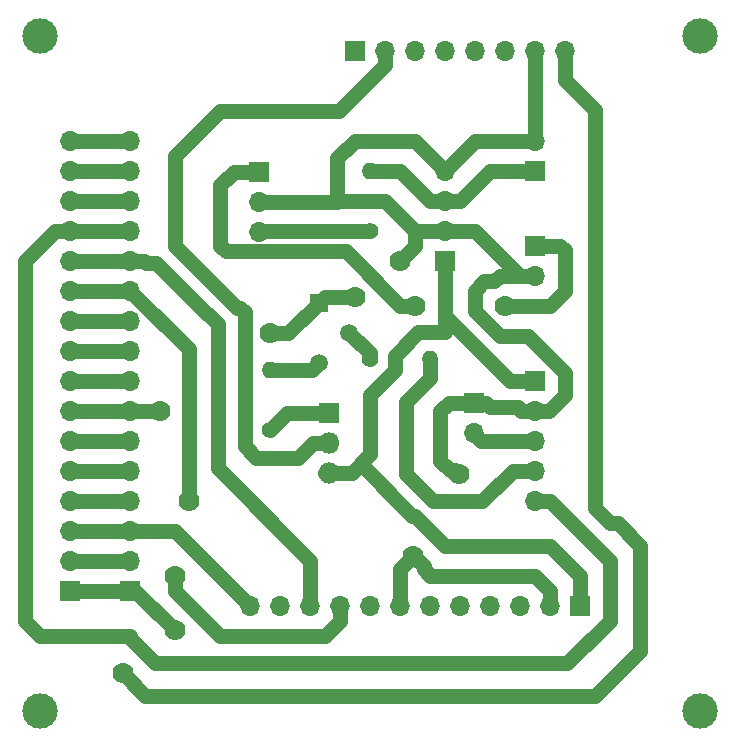
<source format=gbr>
G04 #@! TF.GenerationSoftware,KiCad,Pcbnew,5.0.2-bee76a0~70~ubuntu18.04.1*
G04 #@! TF.CreationDate,2019-07-21T13:39:32-04:00*
G04 #@! TF.ProjectId,knuth-gateway,6b6e7574-682d-4676-9174-657761792e6b,rev?*
G04 #@! TF.SameCoordinates,Original*
G04 #@! TF.FileFunction,Copper,L2,Bot*
G04 #@! TF.FilePolarity,Positive*
%FSLAX46Y46*%
G04 Gerber Fmt 4.6, Leading zero omitted, Abs format (unit mm)*
G04 Created by KiCad (PCBNEW 5.0.2-bee76a0~70~ubuntu18.04.1) date Sun 21 Jul 2019 01:39:32 PM EDT*
%MOMM*%
%LPD*%
G01*
G04 APERTURE LIST*
G04 #@! TA.AperFunction,ComponentPad*
%ADD10R,1.700000X1.700000*%
G04 #@! TD*
G04 #@! TA.AperFunction,ComponentPad*
%ADD11O,1.700000X1.700000*%
G04 #@! TD*
G04 #@! TA.AperFunction,ComponentPad*
%ADD12C,1.400000*%
G04 #@! TD*
G04 #@! TA.AperFunction,ComponentPad*
%ADD13O,1.400000X1.400000*%
G04 #@! TD*
G04 #@! TA.AperFunction,ComponentPad*
%ADD14O,1.800000X1.800000*%
G04 #@! TD*
G04 #@! TA.AperFunction,ComponentPad*
%ADD15R,1.800000X1.800000*%
G04 #@! TD*
G04 #@! TA.AperFunction,ComponentPad*
%ADD16C,1.500000*%
G04 #@! TD*
G04 #@! TA.AperFunction,ComponentPad*
%ADD17R,1.500000X1.500000*%
G04 #@! TD*
G04 #@! TA.AperFunction,ViaPad*
%ADD18C,3.000000*%
G04 #@! TD*
G04 #@! TA.AperFunction,ViaPad*
%ADD19C,1.778000*%
G04 #@! TD*
G04 #@! TA.AperFunction,Conductor*
%ADD20C,1.270000*%
G04 #@! TD*
G04 APERTURE END LIST*
D10*
G04 #@! TO.P,J_DC_6.5V+_IN1,1*
G04 #@! TO.N,Net-(J_DC_6.5V+_IN1-Pad1)*
X254000000Y-77470000D03*
D11*
G04 #@! TO.P,J_DC_6.5V+_IN1,2*
G04 #@! TO.N,GND*
X254000000Y-80010000D03*
G04 #@! TD*
G04 #@! TO.P,J_DC_6V_IN1,2*
G04 #@! TO.N,GND*
X254000000Y-68580000D03*
D10*
G04 #@! TO.P,J_DC_6V_IN1,1*
G04 #@! TO.N,Net-(J_DC_6V_IN1-Pad1)*
X254000000Y-71120000D03*
G04 #@! TD*
D12*
G04 #@! TO.P,R1,1*
G04 #@! TO.N,Net-(Q2-Pad1)*
X231590000Y-93050000D03*
D13*
G04 #@! TO.P,R1,2*
G04 #@! TO.N,Net-(Q1-Pad3)*
X231590000Y-87970000D03*
G04 #@! TD*
D12*
G04 #@! TO.P,R2,1*
G04 #@! TO.N,Net-(R2-Pad1)*
X240030000Y-76200000D03*
D13*
G04 #@! TO.P,R2,2*
G04 #@! TO.N,Net-(J_DC_6V_IN1-Pad1)*
X240030000Y-71120000D03*
G04 #@! TD*
G04 #@! TO.P,R3,2*
G04 #@! TO.N,Net-(R3-Pad2)*
X245080000Y-87080000D03*
D12*
G04 #@! TO.P,R3,1*
G04 #@! TO.N,Net-(Q1-Pad2)*
X240000000Y-87080000D03*
G04 #@! TD*
D10*
G04 #@! TO.P,R_Delay1,1*
G04 #@! TO.N,GND*
X248820000Y-90800000D03*
D11*
G04 #@! TO.P,R_Delay1,2*
G04 #@! TO.N,Net-(R_Delay1-Pad2)*
X248820000Y-93340000D03*
G04 #@! TD*
G04 #@! TO.P,U2,16*
G04 #@! TO.N,Net-(J1-Pad16)*
X219710000Y-68580000D03*
G04 #@! TO.P,U2,15*
G04 #@! TO.N,Net-(J1-Pad15)*
X219710000Y-71120000D03*
G04 #@! TO.P,U2,14*
G04 #@! TO.N,Net-(J1-Pad14)*
X219710000Y-73660000D03*
G04 #@! TO.P,U2,13*
G04 #@! TO.N,Net-(J1-Pad13)*
X219710000Y-76200000D03*
G04 #@! TO.P,U2,12*
G04 #@! TO.N,Net-(J1-Pad12)*
X219710000Y-78740000D03*
G04 #@! TO.P,U2,11*
G04 #@! TO.N,Net-(J1-Pad11)*
X219710000Y-81280000D03*
G04 #@! TO.P,U2,10*
G04 #@! TO.N,Net-(J1-Pad10)*
X219710000Y-83820000D03*
G04 #@! TO.P,U2,9*
G04 #@! TO.N,Net-(J1-Pad9)*
X219710000Y-86360000D03*
G04 #@! TO.P,U2,8*
G04 #@! TO.N,Net-(J1-Pad8)*
X219710000Y-88900000D03*
G04 #@! TO.P,U2,7*
G04 #@! TO.N,GND*
X219710000Y-91440000D03*
G04 #@! TO.P,U2,6*
G04 #@! TO.N,Net-(J1-Pad6)*
X219710000Y-93980000D03*
G04 #@! TO.P,U2,5*
G04 #@! TO.N,Net-(J1-Pad5)*
X219710000Y-96520000D03*
G04 #@! TO.P,U2,4*
G04 #@! TO.N,Net-(J1-Pad4)*
X219710000Y-99060000D03*
G04 #@! TO.P,U2,3*
G04 #@! TO.N,Net-(J1-Pad3)*
X219710000Y-101600000D03*
G04 #@! TO.P,U2,2*
G04 #@! TO.N,Net-(J1-Pad2)*
X219710000Y-104140000D03*
D10*
G04 #@! TO.P,U2,1*
G04 #@! TO.N,Net-(J1-Pad1)*
X219710000Y-106680000D03*
G04 #@! TD*
G04 #@! TO.P,U3,1*
G04 #@! TO.N,Net-(J_DC_6.5V+_IN1-Pad1)*
X230596529Y-71205865D03*
D11*
G04 #@! TO.P,U3,2*
G04 #@! TO.N,GND*
X230596529Y-73745865D03*
G04 #@! TO.P,U3,3*
G04 #@! TO.N,Net-(R2-Pad1)*
X230596529Y-76285865D03*
G04 #@! TD*
D10*
G04 #@! TO.P,U4,1*
G04 #@! TO.N,+BATT*
X254000000Y-88900000D03*
D11*
G04 #@! TO.P,U4,2*
G04 #@! TO.N,GND*
X254000000Y-91440000D03*
G04 #@! TO.P,U4,3*
G04 #@! TO.N,Net-(R_Delay1-Pad2)*
X254000000Y-93980000D03*
G04 #@! TO.P,U4,4*
G04 #@! TO.N,Net-(R3-Pad2)*
X254000000Y-96520000D03*
G04 #@! TO.P,U4,5*
G04 #@! TO.N,Net-(J1-Pad13)*
X254000000Y-99060000D03*
G04 #@! TD*
D10*
G04 #@! TO.P,U5,1*
G04 #@! TO.N,+BATT*
X246380000Y-78740000D03*
D11*
G04 #@! TO.P,U5,2*
G04 #@! TO.N,GND*
X246380000Y-76200000D03*
G04 #@! TO.P,U5,3*
G04 #@! TO.N,Net-(J_DC_6V_IN1-Pad1)*
X246380000Y-73660000D03*
G04 #@! TO.P,U5,4*
G04 #@! TO.N,GND*
X246380000Y-71120000D03*
G04 #@! TD*
D10*
G04 #@! TO.P,J1,1*
G04 #@! TO.N,Net-(J1-Pad1)*
X214630000Y-106680000D03*
D11*
G04 #@! TO.P,J1,2*
G04 #@! TO.N,Net-(J1-Pad2)*
X214630000Y-104140000D03*
G04 #@! TO.P,J1,3*
G04 #@! TO.N,Net-(J1-Pad3)*
X214630000Y-101600000D03*
G04 #@! TO.P,J1,4*
G04 #@! TO.N,Net-(J1-Pad4)*
X214630000Y-99060000D03*
G04 #@! TO.P,J1,5*
G04 #@! TO.N,Net-(J1-Pad5)*
X214630000Y-96520000D03*
G04 #@! TO.P,J1,6*
G04 #@! TO.N,Net-(J1-Pad6)*
X214630000Y-93980000D03*
G04 #@! TO.P,J1,7*
G04 #@! TO.N,GND*
X214630000Y-91440000D03*
G04 #@! TO.P,J1,8*
G04 #@! TO.N,Net-(J1-Pad8)*
X214630000Y-88900000D03*
G04 #@! TO.P,J1,9*
G04 #@! TO.N,Net-(J1-Pad9)*
X214630000Y-86360000D03*
G04 #@! TO.P,J1,10*
G04 #@! TO.N,Net-(J1-Pad10)*
X214630000Y-83820000D03*
G04 #@! TO.P,J1,11*
G04 #@! TO.N,Net-(J1-Pad11)*
X214630000Y-81280000D03*
G04 #@! TO.P,J1,12*
G04 #@! TO.N,Net-(J1-Pad12)*
X214630000Y-78740000D03*
G04 #@! TO.P,J1,13*
G04 #@! TO.N,Net-(J1-Pad13)*
X214630000Y-76200000D03*
G04 #@! TO.P,J1,14*
G04 #@! TO.N,Net-(J1-Pad14)*
X214630000Y-73660000D03*
G04 #@! TO.P,J1,15*
G04 #@! TO.N,Net-(J1-Pad15)*
X214630000Y-71120000D03*
G04 #@! TO.P,J1,16*
G04 #@! TO.N,Net-(J1-Pad16)*
X214630000Y-68580000D03*
G04 #@! TD*
D14*
G04 #@! TO.P,Q2,3*
G04 #@! TO.N,+BATT*
X236560000Y-96760000D03*
G04 #@! TO.P,Q2,2*
G04 #@! TO.N,Net-(Q2-Pad2)*
X236560000Y-94220000D03*
D15*
G04 #@! TO.P,Q2,1*
G04 #@! TO.N,Net-(Q2-Pad1)*
X236560000Y-91680000D03*
G04 #@! TD*
D10*
G04 #@! TO.P,U6,1*
G04 #@! TO.N,N/C*
X238760000Y-60960000D03*
D11*
G04 #@! TO.P,U6,2*
G04 #@! TO.N,Net-(Q2-Pad2)*
X241300000Y-60960000D03*
G04 #@! TO.P,U6,3*
G04 #@! TO.N,N/C*
X243840000Y-60960000D03*
G04 #@! TO.P,U6,4*
X246380000Y-60960000D03*
G04 #@! TO.P,U6,5*
X248920000Y-60960000D03*
G04 #@! TO.P,U6,6*
X251460000Y-60960000D03*
G04 #@! TO.P,U6,7*
G04 #@! TO.N,GND*
X254000000Y-60960000D03*
G04 #@! TO.P,U6,8*
G04 #@! TO.N,Net-(J1-Pad1)*
X256540000Y-60960000D03*
G04 #@! TD*
D10*
G04 #@! TO.P,U1,1*
G04 #@! TO.N,+BATT*
X257810000Y-107950000D03*
D11*
G04 #@! TO.P,U1,2*
G04 #@! TO.N,GND*
X255270000Y-107950000D03*
G04 #@! TO.P,U1,3*
G04 #@! TO.N,N/C*
X252730000Y-107950000D03*
G04 #@! TO.P,U1,4*
X250190000Y-107950000D03*
G04 #@! TO.P,U1,5*
X247650000Y-107950000D03*
G04 #@! TO.P,U1,6*
X245110000Y-107950000D03*
G04 #@! TO.P,U1,7*
G04 #@! TO.N,GND*
X242570000Y-107950000D03*
G04 #@! TO.P,U1,8*
G04 #@! TO.N,N/C*
X240030000Y-107950000D03*
G04 #@! TO.P,U1,9*
G04 #@! TO.N,Net-(J1-Pad11)*
X237490000Y-107950000D03*
G04 #@! TO.P,U1,10*
G04 #@! TO.N,Net-(J1-Pad12)*
X234950000Y-107950000D03*
G04 #@! TO.P,U1,11*
G04 #@! TO.N,N/C*
X232410000Y-107950000D03*
G04 #@! TO.P,U1,12*
G04 #@! TO.N,Net-(J1-Pad3)*
X229870000Y-107950000D03*
G04 #@! TD*
D16*
G04 #@! TO.P,Q1,2*
G04 #@! TO.N,Net-(Q1-Pad2)*
X238252000Y-84836000D03*
G04 #@! TO.P,Q1,3*
G04 #@! TO.N,Net-(Q1-Pad3)*
X235712000Y-87376000D03*
D17*
G04 #@! TO.P,Q1,1*
G04 #@! TO.N,GND*
X235712000Y-82296000D03*
G04 #@! TD*
D18*
G04 #@! TO.N,*
X212090000Y-116840000D03*
X267970000Y-116840000D03*
X267970000Y-59690000D03*
X212090000Y-59690000D03*
D19*
G04 #@! TO.N,Net-(J_DC_6.5V+_IN1-Pad1)*
X243840000Y-82550000D03*
X251460000Y-82550000D03*
G04 #@! TO.N,GND*
X222250000Y-91440000D03*
X247570000Y-96830000D03*
X231590000Y-84880000D03*
X238760000Y-81788000D03*
X243700000Y-103750000D03*
X242570000Y-78740000D03*
G04 #@! TO.N,Net-(J1-Pad11)*
X224670000Y-99140000D03*
X223520000Y-105410000D03*
G04 #@! TO.N,Net-(J1-Pad1)*
X219075000Y-113665000D03*
X223520000Y-110040000D03*
G04 #@! TD*
D20*
G04 #@! TO.N,Net-(J_DC_6.5V+_IN1-Pad1)*
X228476529Y-71205865D02*
X227330000Y-72352394D01*
X230596529Y-71205865D02*
X228476529Y-71205865D01*
X227330000Y-72352394D02*
X227330000Y-77470000D01*
X237990866Y-77970866D02*
X242570000Y-82550000D01*
X227330000Y-77470000D02*
X227830866Y-77970866D01*
X227830866Y-77970866D02*
X237990866Y-77970866D01*
X242570000Y-82550000D02*
X243840000Y-82550000D01*
X256120000Y-77470000D02*
X256540000Y-77890000D01*
X254000000Y-77470000D02*
X256120000Y-77470000D01*
X256540000Y-77890000D02*
X256540000Y-79963802D01*
X256540000Y-79963802D02*
X256540000Y-81280000D01*
X256540000Y-81280000D02*
X255270000Y-82550000D01*
X255270000Y-82550000D02*
X251460000Y-82550000D01*
G04 #@! TO.N,GND*
X232324135Y-73745865D02*
X230596529Y-73745865D01*
X248920000Y-68580000D02*
X246380000Y-71120000D01*
X254000000Y-68580000D02*
X248920000Y-68580000D01*
X254000000Y-80010000D02*
X252730000Y-80010000D01*
X252730000Y-80010000D02*
X248920000Y-76200000D01*
X248920000Y-76200000D02*
X246380000Y-76200000D01*
X214630000Y-91440000D02*
X219710000Y-91440000D01*
X219710000Y-91440000D02*
X222250000Y-91440000D01*
X252797919Y-91440000D02*
X252527919Y-91170000D01*
X254000000Y-91440000D02*
X252797919Y-91440000D01*
X252527919Y-91170000D02*
X250190000Y-91170000D01*
X249820000Y-90800000D02*
X248820000Y-90800000D01*
X250190000Y-91170000D02*
X249820000Y-90800000D01*
X246700000Y-90800000D02*
X245990000Y-91510000D01*
X248820000Y-90800000D02*
X246700000Y-90800000D01*
X245990000Y-91510000D02*
X245990000Y-95680000D01*
X245990000Y-95680000D02*
X246760000Y-96450000D01*
X246760000Y-96450000D02*
X247190000Y-96450000D01*
X247190000Y-96450000D02*
X247570000Y-96830000D01*
X232324135Y-73745865D02*
X237224135Y-73745865D01*
X237224135Y-73745865D02*
X237270000Y-73700000D01*
X242570000Y-107950000D02*
X242570000Y-104880000D01*
X242570000Y-104880000D02*
X243700000Y-103750000D01*
X237270000Y-73700000D02*
X241340000Y-73700000D01*
X243840000Y-76200000D02*
X246380000Y-76200000D01*
X241340000Y-73700000D02*
X243840000Y-76200000D01*
X237270000Y-70070000D02*
X237270000Y-73700000D01*
X238760000Y-68580000D02*
X237270000Y-70070000D01*
X246380000Y-71120000D02*
X243840000Y-68580000D01*
X243840000Y-68580000D02*
X238760000Y-68580000D01*
X254000000Y-68580000D02*
X254000000Y-60960000D01*
X254000000Y-105410000D02*
X255270000Y-106680000D01*
X245110000Y-105410000D02*
X254000000Y-105410000D01*
X244588999Y-104888999D02*
X245110000Y-105410000D01*
X243700000Y-103750000D02*
X244588999Y-104638999D01*
X255270000Y-106680000D02*
X255270000Y-107950000D01*
X244588999Y-104638999D02*
X244588999Y-104888999D01*
X255202081Y-91440000D02*
X254000000Y-91440000D01*
X256540000Y-90102081D02*
X255202081Y-91440000D01*
X251030000Y-80010000D02*
X250560000Y-80480000D01*
X248920000Y-83000000D02*
X251010000Y-85090000D01*
X254000000Y-80010000D02*
X251030000Y-80010000D01*
X253393002Y-85090000D02*
X256540000Y-88236998D01*
X250560000Y-80480000D02*
X249720000Y-80480000D01*
X256540000Y-88236998D02*
X256540000Y-90102081D01*
X251010000Y-85090000D02*
X253393002Y-85090000D01*
X249720000Y-80480000D02*
X248920000Y-81280000D01*
X248920000Y-81280000D02*
X248920000Y-83000000D01*
X243840000Y-76200000D02*
X243840000Y-77470000D01*
X243840000Y-77470000D02*
X242570000Y-78740000D01*
X233128000Y-84880000D02*
X235712000Y-82296000D01*
X231590000Y-84880000D02*
X233128000Y-84880000D01*
X236220000Y-81788000D02*
X235712000Y-82296000D01*
X238760000Y-81788000D02*
X236220000Y-81788000D01*
G04 #@! TO.N,Net-(J_DC_6V_IN1-Pad1)*
X254000000Y-71120000D02*
X250190000Y-71120000D01*
X247650000Y-73660000D02*
X246380000Y-73660000D01*
X250190000Y-71120000D02*
X247650000Y-73660000D01*
X246380000Y-73660000D02*
X245110000Y-73660000D01*
X242570000Y-71120000D02*
X240030000Y-71120000D01*
X245110000Y-73660000D02*
X242570000Y-71120000D01*
G04 #@! TO.N,Net-(Q2-Pad1)*
X232960000Y-91680000D02*
X231590000Y-93050000D01*
X236560000Y-91680000D02*
X232960000Y-91680000D01*
G04 #@! TO.N,Net-(R2-Pad1)*
X230682394Y-76200000D02*
X230596529Y-76285865D01*
X240030000Y-76200000D02*
X230682394Y-76200000D01*
G04 #@! TO.N,Net-(R3-Pad2)*
X245080000Y-88690000D02*
X245080000Y-87080000D01*
X252140000Y-96520000D02*
X249540000Y-99120000D01*
X254000000Y-96520000D02*
X252140000Y-96520000D01*
X249540000Y-99120000D02*
X245390000Y-99120000D01*
X243050000Y-90720000D02*
X245080000Y-88690000D01*
X245390000Y-99120000D02*
X243050000Y-96780000D01*
X243050000Y-96780000D02*
X243050000Y-90720000D01*
G04 #@! TO.N,Net-(Q1-Pad2)*
X240000000Y-86584000D02*
X238252000Y-84836000D01*
X240000000Y-87080000D02*
X240000000Y-86584000D01*
G04 #@! TO.N,Net-(R_Delay1-Pad2)*
X249460000Y-93980000D02*
X248820000Y-93340000D01*
X254000000Y-93980000D02*
X249460000Y-93980000D01*
G04 #@! TO.N,+BATT*
X246380000Y-83400000D02*
X246380000Y-78740000D01*
X254000000Y-88900000D02*
X251880000Y-88900000D01*
X251880000Y-88900000D02*
X246380000Y-83400000D01*
X239990000Y-95130000D02*
X239230000Y-95890000D01*
X246380000Y-84821802D02*
X244118198Y-84821802D01*
X238480000Y-96760000D02*
X236560000Y-96760000D01*
X239230000Y-95890000D02*
X239230000Y-96010000D01*
X246380000Y-83400000D02*
X246380000Y-84821802D01*
X244118198Y-84821802D02*
X242140000Y-86800000D01*
X242140000Y-86800000D02*
X242140000Y-87970000D01*
X239230000Y-96010000D02*
X238480000Y-96760000D01*
X239990000Y-90120000D02*
X239990000Y-95130000D01*
X242140000Y-87970000D02*
X239990000Y-90120000D01*
X236560000Y-96760000D02*
X236190000Y-96760000D01*
X243840000Y-100330000D02*
X243550000Y-100330000D01*
X243550000Y-100330000D02*
X239230000Y-96010000D01*
X255270000Y-102870000D02*
X246380000Y-102870000D01*
X246380000Y-102870000D02*
X243840000Y-100330000D01*
X257810000Y-107950000D02*
X257810000Y-105410000D01*
X257810000Y-105410000D02*
X255270000Y-102870000D01*
G04 #@! TO.N,Net-(Q2-Pad2)*
X235180000Y-94220000D02*
X236560000Y-94220000D01*
X233940000Y-95460000D02*
X235180000Y-94220000D01*
X229410000Y-94480000D02*
X230390000Y-95460000D01*
X229410000Y-83130000D02*
X229410000Y-94480000D01*
X229030010Y-82750010D02*
X229410000Y-83130000D01*
X228800010Y-82750010D02*
X229030010Y-82750010D01*
X241300000Y-62162081D02*
X237422081Y-66040000D01*
X230390000Y-95460000D02*
X233940000Y-95460000D01*
X237422081Y-66040000D02*
X227330000Y-66040000D01*
X227330000Y-66040000D02*
X223520000Y-69850000D01*
X241300000Y-60960000D02*
X241300000Y-62162081D01*
X223520000Y-69850000D02*
X223520000Y-77470000D01*
X223520000Y-77470000D02*
X228800010Y-82750010D01*
G04 #@! TO.N,Net-(J1-Pad3)*
X214630000Y-101600000D02*
X219710000Y-101600000D01*
X219710000Y-101600000D02*
X220912081Y-101600000D01*
X223490000Y-101600000D02*
X220912081Y-101600000D01*
X225870000Y-103980000D02*
X223490000Y-101600000D01*
X225900000Y-103980000D02*
X225870000Y-103980000D01*
X229870000Y-107950000D02*
X225900000Y-103980000D01*
G04 #@! TO.N,Net-(J1-Pad12)*
X219710000Y-78740000D02*
X214630000Y-78740000D01*
X220912081Y-78740000D02*
X221092081Y-78920000D01*
X219710000Y-78740000D02*
X220912081Y-78740000D01*
X221092081Y-78920000D02*
X221890000Y-78920000D01*
X226260010Y-83290010D02*
X226310010Y-83290010D01*
X221890000Y-78920000D02*
X226260010Y-83290010D01*
X226310010Y-83290010D02*
X227120000Y-84100000D01*
X234950000Y-106680000D02*
X234950000Y-107950000D01*
X227120000Y-84100000D02*
X227120000Y-96310000D01*
X234950000Y-106747919D02*
X234950000Y-107950000D01*
X234950000Y-104140000D02*
X234950000Y-106747919D01*
X227120000Y-96310000D02*
X234950000Y-104140000D01*
G04 #@! TO.N,Net-(J1-Pad11)*
X214630000Y-81280000D02*
X219710000Y-81280000D01*
X224670000Y-86286198D02*
X224670000Y-99140000D01*
X219710000Y-81280000D02*
X224670000Y-86240000D01*
X224670000Y-86240000D02*
X224670000Y-86286198D01*
X237490000Y-107950000D02*
X237490000Y-109220000D01*
X237490000Y-109220000D02*
X236220000Y-110490000D01*
X236220000Y-110490000D02*
X227330000Y-110490000D01*
X227330000Y-110490000D02*
X224790000Y-107950000D01*
X224790000Y-107950000D02*
X223520000Y-106680000D01*
X223520000Y-106680000D02*
X223520000Y-105410000D01*
G04 #@! TO.N,Net-(J1-Pad16)*
X219710000Y-68580000D02*
X214630000Y-68580000D01*
G04 #@! TO.N,Net-(J1-Pad15)*
X214630000Y-71120000D02*
X219710000Y-71120000D01*
G04 #@! TO.N,Net-(J1-Pad14)*
X219710000Y-73660000D02*
X214630000Y-73660000D01*
G04 #@! TO.N,Net-(J1-Pad13)*
X214630000Y-76200000D02*
X219710000Y-76200000D01*
X255270000Y-99060000D02*
X254000000Y-99060000D01*
X260350000Y-104140000D02*
X255270000Y-99060000D01*
X260350000Y-109220000D02*
X260350000Y-104140000D01*
X219710000Y-110681522D02*
X221865957Y-112837479D01*
X256732521Y-112837479D02*
X260350000Y-109220000D01*
X213360000Y-76200000D02*
X210820000Y-78740000D01*
X210820000Y-78740000D02*
X210820000Y-109220000D01*
X210820000Y-109220000D02*
X212090000Y-110490000D01*
X221865957Y-112837479D02*
X256732521Y-112837479D01*
X212090000Y-110490000D02*
X219710000Y-110490000D01*
X214630000Y-76200000D02*
X213360000Y-76200000D01*
X219710000Y-110490000D02*
X219710000Y-110681522D01*
G04 #@! TO.N,Net-(J1-Pad10)*
X219710000Y-83820000D02*
X214630000Y-83820000D01*
G04 #@! TO.N,Net-(J1-Pad9)*
X214630000Y-86360000D02*
X219710000Y-86360000D01*
G04 #@! TO.N,Net-(J1-Pad8)*
X219710000Y-88900000D02*
X214630000Y-88900000D01*
G04 #@! TO.N,Net-(J1-Pad6)*
X219710000Y-93980000D02*
X214630000Y-93980000D01*
G04 #@! TO.N,Net-(J1-Pad5)*
X214630000Y-96520000D02*
X219710000Y-96520000D01*
G04 #@! TO.N,Net-(J1-Pad4)*
X219710000Y-99060000D02*
X214630000Y-99060000D01*
G04 #@! TO.N,Net-(J1-Pad2)*
X219710000Y-104140000D02*
X214630000Y-104140000D01*
G04 #@! TO.N,Net-(J1-Pad1)*
X214630000Y-106680000D02*
X219710000Y-106680000D01*
X219710000Y-106680000D02*
X219710000Y-106720000D01*
X220160000Y-106680000D02*
X223520000Y-110040000D01*
X219710000Y-106680000D02*
X220160000Y-106680000D01*
X220980000Y-115570000D02*
X219075000Y-113665000D01*
X259080000Y-115570000D02*
X220980000Y-115570000D01*
X262890000Y-102870000D02*
X262890000Y-111760000D01*
X256540000Y-63432081D02*
X259080000Y-65972081D01*
X262890000Y-111760000D02*
X259080000Y-115570000D01*
X256540000Y-60960000D02*
X256540000Y-63432081D01*
X260985000Y-100965000D02*
X262890000Y-102870000D01*
X259080000Y-99695000D02*
X260350000Y-100965000D01*
X259080000Y-65972081D02*
X259080000Y-99695000D01*
X260350000Y-100965000D02*
X260985000Y-100965000D01*
G04 #@! TO.N,Net-(Q1-Pad3)*
X235118000Y-87970000D02*
X235712000Y-87376000D01*
X231590000Y-87970000D02*
X235118000Y-87970000D01*
G04 #@! TD*
M02*

</source>
